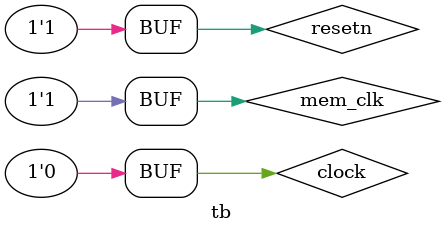
<source format=v>
`timescale 1ns / 1ps


module tb(

    );

    reg clock,resetn,mem_clk; 
//--------------Output Ports-----------------------

wire [31:0] a,b,alu,adr,tom,fromm,pc,ir;
wire [2:0] state;

mccomp m(clock,resetn,state,a,b,alu,adr,tom,fromm,pc,ir,mem_clk); 

initial begin resetn=0;mem_clk=0;
// #0 $display("time\tclock\tresetn\tq\tir\tpc\ta\tb\talu\tfromem\ttomem");
#1 resetn=1;
end
// always #1 mem_clk=~mem_clk;
// always #2 clock=~clock;
always begin
    clock=1;
    #2;
    clock=0;
    #2;
end

always begin
    mem_clk=0;
    #1;
    mem_clk=1;
    #1;
end


// initial begin
// $dumpfile("test.vcd"); 
// $dumpvars;
// $monitor("%g\t %b %b %b %b %b %b %b %b %b %b %b %b",$time,clock,resetn,state,a,b,alu,adr,
// tom,fromm,pc,ir,mem_clk);
// #1200 $finish;
// end

endmodule

</source>
